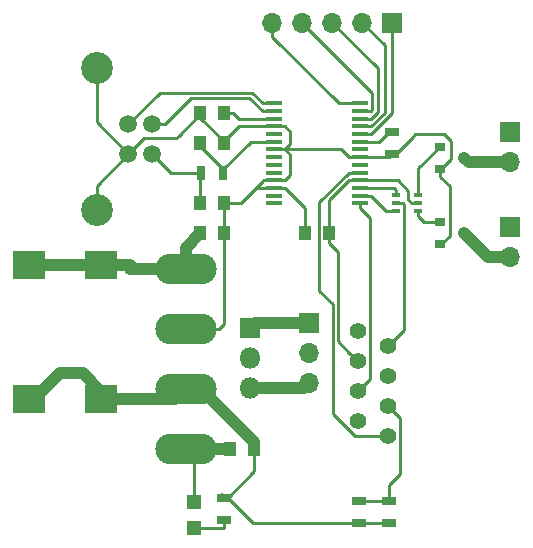
<source format=gtl>
G04 #@! TF.FileFunction,Copper,L1,Top,Signal*
%FSLAX46Y46*%
G04 Gerber Fmt 4.6, Leading zero omitted, Abs format (unit mm)*
G04 Created by KiCad (PCBNEW 4.0.6) date 07/30/17 21:30:07*
%MOMM*%
%LPD*%
G01*
G04 APERTURE LIST*
%ADD10C,0.100000*%
%ADD11R,1.300000X0.700000*%
%ADD12R,1.700000X1.700000*%
%ADD13O,1.700000X1.700000*%
%ADD14R,1.000000X1.250000*%
%ADD15R,0.700000X1.300000*%
%ADD16O,5.199380X2.598420*%
%ADD17R,0.900000X0.800000*%
%ADD18R,1.800000X1.800000*%
%ADD19O,1.800000X1.800000*%
%ADD20C,1.422400*%
%ADD21R,2.800000X2.400000*%
%ADD22R,1.397000X0.348000*%
%ADD23R,0.650000X0.400000*%
%ADD24C,1.520000*%
%ADD25C,2.700000*%
%ADD26R,1.200000X1.200000*%
%ADD27C,1.000000*%
%ADD28C,0.250000*%
G04 APERTURE END LIST*
D10*
D11*
X239776000Y-83632000D03*
X239776000Y-85532000D03*
X237236000Y-83632000D03*
X237236000Y-85532000D03*
D12*
X233000000Y-68580000D03*
D13*
X233000000Y-71120000D03*
X233000000Y-73660000D03*
D14*
X226330000Y-79248000D03*
X228330000Y-79248000D03*
X223790000Y-58420000D03*
X225790000Y-58420000D03*
X223790000Y-53340000D03*
X225790000Y-53340000D03*
X234680000Y-60960000D03*
X232680000Y-60960000D03*
X223790000Y-60960000D03*
X225790000Y-60960000D03*
X225790000Y-50800000D03*
X223790000Y-50800000D03*
D12*
X240030000Y-43180000D03*
D13*
X237490000Y-43180000D03*
X234950000Y-43180000D03*
X232410000Y-43180000D03*
X229870000Y-43180000D03*
D15*
X223840000Y-55880000D03*
X225740000Y-55880000D03*
D12*
X250000000Y-60460000D03*
D13*
X250000000Y-63000000D03*
D12*
X250000000Y-52460000D03*
D13*
X250000000Y-55000000D03*
D16*
X222540000Y-79240000D03*
X222540000Y-74160000D03*
X222540000Y-69080000D03*
X222540000Y-64000000D03*
D17*
X244110000Y-53660000D03*
X244110000Y-55560000D03*
X246110000Y-54610000D03*
X244110000Y-60010000D03*
X244110000Y-61910000D03*
X246110000Y-60960000D03*
D11*
X240030000Y-52390000D03*
X240030000Y-54290000D03*
X225806000Y-85278000D03*
X225806000Y-83378000D03*
D18*
X228000000Y-69000000D03*
D19*
X228000000Y-71540000D03*
X228000000Y-74080000D03*
D20*
X239650000Y-78160000D03*
X237110000Y-76890000D03*
X239650000Y-75620000D03*
X237110000Y-74350000D03*
X239650000Y-73080000D03*
X237110000Y-71810000D03*
X239650000Y-70540000D03*
X237110000Y-69270000D03*
D21*
X209296000Y-63642000D03*
X215396000Y-63642000D03*
X209296000Y-75042000D03*
X215396000Y-75042000D03*
D22*
X230000000Y-58450000D03*
X230000000Y-57800000D03*
X230000000Y-57150000D03*
X230000000Y-56500000D03*
X230000000Y-55850000D03*
X230000000Y-55200000D03*
X230000000Y-54550000D03*
X230000000Y-53250000D03*
X230000000Y-53900000D03*
X230000000Y-52600000D03*
X230000000Y-51950000D03*
X230000000Y-51300000D03*
X230000000Y-50650000D03*
X230000000Y-50000000D03*
X237312000Y-58450000D03*
X237312000Y-57800000D03*
X237312000Y-57150000D03*
X237312000Y-56500000D03*
X237312000Y-55850000D03*
X237312000Y-55200000D03*
X237312000Y-54550000D03*
X237312000Y-53900000D03*
X237312000Y-53250000D03*
X237312000Y-52600000D03*
X237312000Y-51950000D03*
X237312000Y-51300000D03*
X237312000Y-50650000D03*
X237312000Y-50000000D03*
D23*
X240350000Y-57770000D03*
X240350000Y-59070000D03*
X242250000Y-58420000D03*
X240350000Y-58420000D03*
X242250000Y-59070000D03*
X242250000Y-57770000D03*
D24*
X219700000Y-51730000D03*
X219700000Y-54270000D03*
X217700000Y-54270000D03*
X217700000Y-51730000D03*
D25*
X215000000Y-47000000D03*
X215000000Y-59000000D03*
D26*
X223266000Y-83736000D03*
X223266000Y-85936000D03*
D27*
X217800000Y-64000000D02*
X219964000Y-64000000D01*
X219964000Y-64000000D02*
X222540000Y-64000000D01*
X215396000Y-63642000D02*
X217796000Y-63642000D01*
X217796000Y-63642000D02*
X218154000Y-64000000D01*
X218154000Y-64000000D02*
X219964000Y-64000000D01*
X209296000Y-63642000D02*
X215396000Y-63642000D01*
X233000000Y-68580000D02*
X228420000Y-68580000D01*
X228420000Y-68580000D02*
X228000000Y-69000000D01*
X222540000Y-64000000D02*
X222540000Y-62210000D01*
X222540000Y-62210000D02*
X223790000Y-60960000D01*
D28*
X241400000Y-57400000D02*
X240500000Y-56500000D01*
X240500000Y-56500000D02*
X237312000Y-56500000D01*
X241400000Y-58145000D02*
X241400000Y-57400000D01*
X242250000Y-58420000D02*
X241675000Y-58420000D01*
X241675000Y-58420000D02*
X241400000Y-58145000D01*
X236398801Y-71098801D02*
X237110000Y-71810000D01*
X235450009Y-70150009D02*
X236398801Y-71098801D01*
X235450009Y-62605009D02*
X235450009Y-70150009D01*
X234680000Y-61835000D02*
X235450009Y-62605009D01*
X234680000Y-60960000D02*
X234680000Y-61835000D01*
D27*
X222540000Y-79240000D02*
X226322000Y-79240000D01*
X226322000Y-79240000D02*
X226330000Y-79248000D01*
D28*
X223266000Y-83736000D02*
X223266000Y-79966000D01*
X223266000Y-79966000D02*
X222540000Y-79240000D01*
D27*
X228000000Y-74080000D02*
X232580000Y-74080000D01*
X232580000Y-74080000D02*
X233000000Y-73660000D01*
D28*
X234680000Y-60960000D02*
X234680000Y-58183500D01*
X234680000Y-58183500D02*
X236363500Y-56500000D01*
X236363500Y-56500000D02*
X237312000Y-56500000D01*
D27*
X223310000Y-80010000D02*
X222540000Y-79240000D01*
X228330000Y-79248000D02*
X228330000Y-78649520D01*
D28*
X228330000Y-80010000D02*
X228330000Y-79248000D01*
X225806000Y-83378000D02*
X226106000Y-83378000D01*
X226106000Y-83378000D02*
X228330000Y-81154000D01*
X228330000Y-81154000D02*
X228330000Y-80010000D01*
X237236000Y-85532000D02*
X228280000Y-85532000D01*
X228280000Y-85532000D02*
X226126000Y-83378000D01*
X226126000Y-83378000D02*
X225806000Y-83378000D01*
X236936000Y-85532000D02*
X237236000Y-85532000D01*
X237236000Y-85532000D02*
X239776000Y-85532000D01*
D27*
X215396000Y-75042000D02*
X221658000Y-75042000D01*
X221658000Y-75042000D02*
X222540000Y-74160000D01*
X209296000Y-75042000D02*
X209692000Y-75042000D01*
X209692000Y-75042000D02*
X211892000Y-72842000D01*
X211892000Y-72842000D02*
X213812000Y-72842000D01*
X213812000Y-72842000D02*
X215396000Y-74426000D01*
X215396000Y-74426000D02*
X215396000Y-75042000D01*
D28*
X245000000Y-54720000D02*
X245000000Y-53200000D01*
X242000000Y-52600000D02*
X244400000Y-52600000D01*
X244400000Y-52600000D02*
X245000000Y-53200000D01*
X241685001Y-52914999D02*
X242000000Y-52600000D01*
X241685001Y-52934999D02*
X241685001Y-52914999D01*
X241685001Y-52934999D02*
X240330000Y-54290000D01*
X240330000Y-54290000D02*
X240030000Y-54290000D01*
X244110000Y-55560000D02*
X244160000Y-55560000D01*
X244160000Y-55560000D02*
X245000000Y-54720000D01*
X244110000Y-61910000D02*
X244160000Y-61910000D01*
X244160000Y-61910000D02*
X244885001Y-61184999D01*
X244885001Y-61184999D02*
X244885001Y-56985001D01*
X244885001Y-56985001D02*
X244110000Y-56210000D01*
X244110000Y-56210000D02*
X244110000Y-55560000D01*
X240350000Y-58420000D02*
X240925000Y-58420000D01*
X240925000Y-58420000D02*
X241000001Y-58495001D01*
X241000001Y-58495001D02*
X241000001Y-69189999D01*
X241000001Y-69189999D02*
X240361199Y-69828801D01*
X240361199Y-69828801D02*
X239650000Y-70540000D01*
X237312000Y-54550000D02*
X239770000Y-54550000D01*
X239770000Y-54550000D02*
X240030000Y-54290000D01*
X237312000Y-54550000D02*
X236363500Y-54550000D01*
X236363500Y-54550000D02*
X235713500Y-53900000D01*
X235713500Y-53900000D02*
X230948500Y-53900000D01*
X230948500Y-53900000D02*
X230000000Y-53900000D01*
X225536000Y-83108000D02*
X225806000Y-83378000D01*
X215000000Y-59000000D02*
X215000000Y-56970000D01*
X215000000Y-56970000D02*
X217700000Y-54270000D01*
X215000000Y-47000000D02*
X215000000Y-51570000D01*
X215000000Y-51570000D02*
X217700000Y-54270000D01*
X222540000Y-69080000D02*
X225389690Y-69080000D01*
X225389690Y-69080000D02*
X225790000Y-68679690D01*
X225790000Y-68679690D02*
X225790000Y-61835000D01*
X225790000Y-61835000D02*
X225790000Y-60960000D01*
D27*
X228330000Y-78649520D02*
X223840480Y-74160000D01*
X223840480Y-74160000D02*
X222540000Y-74160000D01*
X222080000Y-73700000D02*
X222540000Y-74160000D01*
D28*
X221742000Y-52959000D02*
X219011000Y-52959000D01*
X221996000Y-52719000D02*
X221982000Y-52719000D01*
X221982000Y-52719000D02*
X221742000Y-52959000D01*
X221996000Y-52719000D02*
X223790000Y-50925000D01*
X223790000Y-50925000D02*
X223790000Y-50800000D01*
X219011000Y-52959000D02*
X217700000Y-54270000D01*
X230000000Y-57150000D02*
X230948500Y-57150000D01*
X230948500Y-57150000D02*
X232680000Y-58881500D01*
X232680000Y-58881500D02*
X232680000Y-60085000D01*
X232680000Y-60085000D02*
X232680000Y-60960000D01*
X231394000Y-56054500D02*
X231394000Y-54345500D01*
X231394000Y-54345500D02*
X230948500Y-53900000D01*
X230000000Y-56500000D02*
X230948500Y-56500000D01*
X230948500Y-56500000D02*
X231394000Y-56054500D01*
X231394000Y-52395500D02*
X231394000Y-53454500D01*
X231394000Y-53454500D02*
X230948500Y-53900000D01*
X230000000Y-51950000D02*
X230948500Y-51950000D01*
X230948500Y-51950000D02*
X231394000Y-52395500D01*
X223790000Y-50800000D02*
X223790000Y-51215000D01*
X223790000Y-51215000D02*
X225790000Y-53215000D01*
X225790000Y-53215000D02*
X225790000Y-53340000D01*
X225790000Y-60960000D02*
X225790000Y-60085000D01*
X225790000Y-60085000D02*
X225790000Y-58420000D01*
X230000000Y-56500000D02*
X229123000Y-56500000D01*
X229123000Y-56500000D02*
X229051500Y-56571500D01*
X229051500Y-56571500D02*
X228473000Y-57150000D01*
X228473000Y-57150000D02*
X229051500Y-57150000D01*
X226540000Y-58420000D02*
X227203000Y-58420000D01*
X227203000Y-58420000D02*
X228473000Y-57150000D01*
X225790000Y-58420000D02*
X226540000Y-58420000D01*
X229051500Y-57150000D02*
X230000000Y-57150000D01*
X225790000Y-53215000D02*
X227055000Y-51950000D01*
X227055000Y-51950000D02*
X229051500Y-51950000D01*
X229051500Y-51950000D02*
X230000000Y-51950000D01*
X219700000Y-54270000D02*
X221310000Y-55880000D01*
X221310000Y-55880000D02*
X223840000Y-55880000D01*
X223790000Y-58420000D02*
X223790000Y-55930000D01*
X223790000Y-55930000D02*
X223840000Y-55880000D01*
X223790000Y-53340000D02*
X223790000Y-53630000D01*
X223790000Y-53630000D02*
X225740000Y-55580000D01*
X225740000Y-55580000D02*
X225740000Y-55880000D01*
X225740000Y-55580000D02*
X228070000Y-53250000D01*
X228070000Y-53250000D02*
X229051500Y-53250000D01*
X229051500Y-53250000D02*
X230000000Y-53250000D01*
X225790000Y-50800000D02*
X226540000Y-50800000D01*
X226540000Y-50800000D02*
X227040000Y-51300000D01*
X227040000Y-51300000D02*
X229051500Y-51300000D01*
X229051500Y-51300000D02*
X230000000Y-51300000D01*
X237821199Y-73638801D02*
X237110000Y-74350000D01*
X237312000Y-58874000D02*
X238163788Y-59725788D01*
X237312000Y-58450000D02*
X237312000Y-58874000D01*
X238163788Y-73296212D02*
X237821199Y-73638801D01*
X238163788Y-59725788D02*
X238163788Y-73296212D01*
X237312000Y-55850000D02*
X236363500Y-55850000D01*
X236363500Y-55850000D02*
X233854999Y-58358501D01*
X233854999Y-58358501D02*
X233854999Y-65854999D01*
X233854999Y-65854999D02*
X235000000Y-67000000D01*
X235000000Y-67000000D02*
X235000000Y-76313578D01*
X235000000Y-76313578D02*
X236846422Y-78160000D01*
X236846422Y-78160000D02*
X238644212Y-78160000D01*
X238644212Y-78160000D02*
X239650000Y-78160000D01*
D27*
X250000000Y-63000000D02*
X248150000Y-63000000D01*
X248150000Y-63000000D02*
X246110000Y-60960000D01*
X250000000Y-55000000D02*
X246500000Y-55000000D01*
X246500000Y-55000000D02*
X246110000Y-54610000D01*
D28*
X239650000Y-75620000D02*
X240686201Y-76656201D01*
X240686201Y-76656201D02*
X240686201Y-81385799D01*
X240686201Y-81385799D02*
X239776000Y-82296000D01*
X239776000Y-82296000D02*
X239776000Y-83632000D01*
X237236000Y-83632000D02*
X239776000Y-83632000D01*
X237312000Y-52600000D02*
X238260500Y-52600000D01*
X238260500Y-52600000D02*
X240030000Y-50830500D01*
X240030000Y-50830500D02*
X240030000Y-44280000D01*
X240030000Y-44280000D02*
X240030000Y-43180000D01*
X239400000Y-50810500D02*
X239400000Y-45090000D01*
X239400000Y-45090000D02*
X237490000Y-43180000D01*
X237312000Y-51950000D02*
X238260500Y-51950000D01*
X238260500Y-51950000D02*
X239400000Y-50810500D01*
X238800000Y-50760500D02*
X238800000Y-47030000D01*
X238800000Y-47030000D02*
X234950000Y-43180000D01*
X237312000Y-51300000D02*
X238260500Y-51300000D01*
X238260500Y-51300000D02*
X238800000Y-50760500D01*
X237312000Y-50650000D02*
X238260500Y-50650000D01*
X238260500Y-50650000D02*
X238335501Y-50574999D01*
X238335501Y-50574999D02*
X238335501Y-49105501D01*
X238335501Y-49105501D02*
X233259999Y-44029999D01*
X233259999Y-44029999D02*
X232410000Y-43180000D01*
X229870000Y-43180000D02*
X229870000Y-44382081D01*
X229870000Y-44382081D02*
X235487919Y-50000000D01*
X235487919Y-50000000D02*
X236363500Y-50000000D01*
X236363500Y-50000000D02*
X237312000Y-50000000D01*
X237312000Y-53250000D02*
X238870000Y-53250000D01*
X238870000Y-53250000D02*
X239730000Y-52390000D01*
X239730000Y-52390000D02*
X240030000Y-52390000D01*
X242250000Y-57770000D02*
X242250000Y-55470000D01*
X242250000Y-55470000D02*
X244060000Y-53660000D01*
X244060000Y-53660000D02*
X244110000Y-53660000D01*
X244110000Y-60010000D02*
X242740000Y-60010000D01*
X242740000Y-60010000D02*
X242250000Y-59520000D01*
X242250000Y-59520000D02*
X242250000Y-59070000D01*
X237312000Y-57800000D02*
X238260500Y-57800000D01*
X238260500Y-57800000D02*
X239530500Y-59070000D01*
X239530500Y-59070000D02*
X239775000Y-59070000D01*
X239775000Y-59070000D02*
X240350000Y-59070000D01*
X237312000Y-57150000D02*
X240180000Y-57150000D01*
X240180000Y-57150000D02*
X240350000Y-57320000D01*
X240350000Y-57320000D02*
X240350000Y-57770000D01*
X222974802Y-49530000D02*
X227931500Y-49530000D01*
X227931500Y-49530000D02*
X229051500Y-50650000D01*
X229051500Y-50650000D02*
X230000000Y-50650000D01*
X219700000Y-51730000D02*
X220774802Y-51730000D01*
X220774802Y-51730000D02*
X222974802Y-49530000D01*
X229051500Y-50000000D02*
X230000000Y-50000000D01*
X220350011Y-49079989D02*
X228131489Y-49079989D01*
X217700000Y-51730000D02*
X220350011Y-49079989D01*
X228131489Y-49079989D02*
X229051500Y-50000000D01*
X223266000Y-85936000D02*
X225748000Y-85936000D01*
X225748000Y-85936000D02*
X225806000Y-85878000D01*
X225806000Y-85878000D02*
X225806000Y-85278000D01*
M02*

</source>
